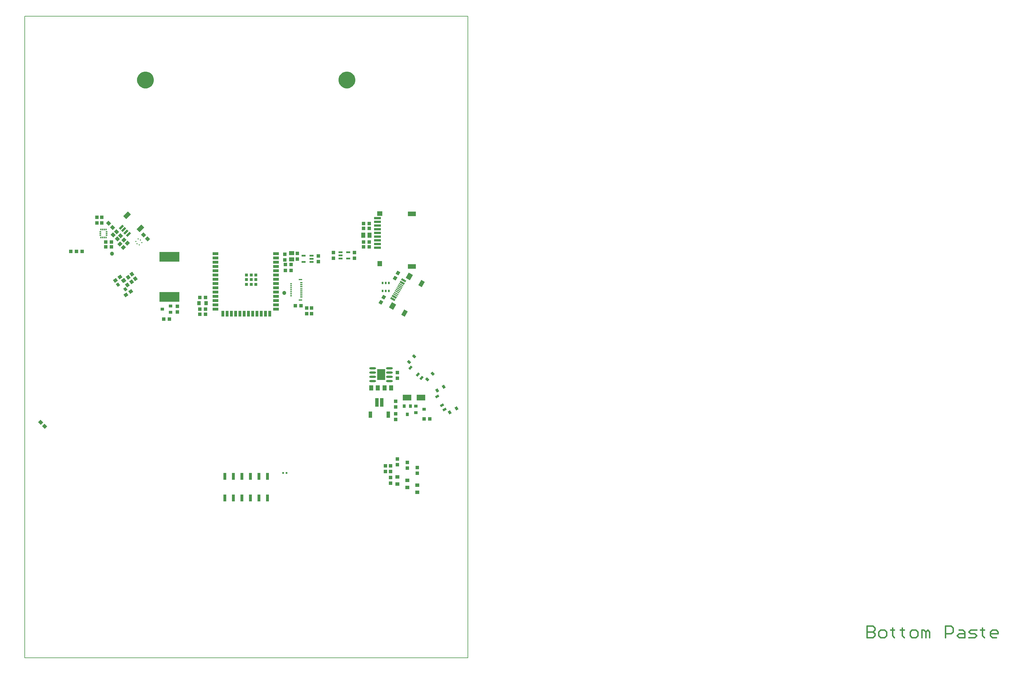
<source format=gbp>
G04*
G04 #@! TF.GenerationSoftware,Altium Limited,Altium Designer,23.10.1 (27)*
G04*
G04 Layer_Color=128*
%FSLAX25Y25*%
%MOIN*%
G70*
G04*
G04 #@! TF.SameCoordinates,0085A2CC-1A03-4E2A-897D-D2D4AE84E392*
G04*
G04*
G04 #@! TF.FilePolarity,Positive*
G04*
G01*
G75*
%ADD10C,0.01575*%
%ADD11C,0.00591*%
%ADD12R,0.06890X0.03543*%
%ADD13R,0.03543X0.06890*%
%ADD14R,0.03543X0.03543*%
%ADD15R,0.03543X0.07874*%
%ADD16R,0.04331X0.03937*%
G04:AMPARAMS|DCode=17|XSize=39.37mil|YSize=43.31mil|CornerRadius=0mil|HoleSize=0mil|Usage=FLASHONLY|Rotation=45.000|XOffset=0mil|YOffset=0mil|HoleType=Round|Shape=Rectangle|*
%AMROTATEDRECTD17*
4,1,4,0.00139,-0.02923,-0.02923,0.00139,-0.00139,0.02923,0.02923,-0.00139,0.00139,-0.02923,0.0*
%
%ADD17ROTATEDRECTD17*%

%ADD18C,0.04724*%
G04:AMPARAMS|DCode=19|XSize=11.81mil|YSize=57.09mil|CornerRadius=0mil|HoleSize=0mil|Usage=FLASHONLY|Rotation=240.000|XOffset=0mil|YOffset=0mil|HoleType=Round|Shape=Rectangle|*
%AMROTATEDRECTD19*
4,1,4,-0.02177,0.01939,0.02767,-0.00916,0.02177,-0.01939,-0.02767,0.00916,-0.02177,0.01939,0.0*
%
%ADD19ROTATEDRECTD19*%

G04:AMPARAMS|DCode=20|XSize=70.87mil|YSize=57.09mil|CornerRadius=0mil|HoleSize=0mil|Usage=FLASHONLY|Rotation=240.000|XOffset=0mil|YOffset=0mil|HoleType=Round|Shape=Rectangle|*
%AMROTATEDRECTD20*
4,1,4,-0.00700,0.04496,0.04244,0.01641,0.00700,-0.04496,-0.04244,-0.01641,-0.00700,0.04496,0.0*
%
%ADD20ROTATEDRECTD20*%

G04:AMPARAMS|DCode=21|XSize=70.87mil|YSize=47.24mil|CornerRadius=0mil|HoleSize=0mil|Usage=FLASHONLY|Rotation=240.000|XOffset=0mil|YOffset=0mil|HoleType=Round|Shape=Rectangle|*
%AMROTATEDRECTD21*
4,1,4,-0.00274,0.04250,0.03817,0.01888,0.00274,-0.04250,-0.03817,-0.01888,-0.00274,0.04250,0.0*
%
%ADD21ROTATEDRECTD21*%

%ADD22R,0.05906X0.05118*%
%ADD23R,0.05118X0.05906*%
%ADD24R,0.07874X0.02756*%
%ADD25R,0.05512X0.06299*%
%ADD26R,0.06299X0.05512*%
%ADD27R,0.09449X0.05512*%
%ADD28R,0.02638X0.01181*%
%ADD29R,0.03937X0.04331*%
G04:AMPARAMS|DCode=30|XSize=39.37mil|YSize=43.31mil|CornerRadius=0mil|HoleSize=0mil|Usage=FLASHONLY|Rotation=306.000|XOffset=0mil|YOffset=0mil|HoleType=Round|Shape=Rectangle|*
%AMROTATEDRECTD30*
4,1,4,-0.02909,0.00320,0.00595,0.02865,0.02909,-0.00320,-0.00595,-0.02865,-0.02909,0.00320,0.0*
%
%ADD30ROTATEDRECTD30*%

G04:AMPARAMS|DCode=31|XSize=33.47mil|YSize=39.37mil|CornerRadius=0mil|HoleSize=0mil|Usage=FLASHONLY|Rotation=36.000|XOffset=0mil|YOffset=0mil|HoleType=Round|Shape=Rectangle|*
%AMROTATEDRECTD31*
4,1,4,-0.00197,-0.02576,-0.02511,0.00609,0.00197,0.02576,0.02511,-0.00609,-0.00197,-0.02576,0.0*
%
%ADD31ROTATEDRECTD31*%

G04:AMPARAMS|DCode=32|XSize=33.47mil|YSize=39.37mil|CornerRadius=0mil|HoleSize=0mil|Usage=FLASHONLY|Rotation=36.000|XOffset=0mil|YOffset=0mil|HoleType=Round|Shape=Rectangle|*
%AMROTATEDRECTD32*
4,1,4,-0.00197,-0.02576,-0.02511,0.00609,0.00197,0.02576,0.02511,-0.00609,-0.00197,-0.02576,0.0*
%
%ADD32ROTATEDRECTD32*%

G04:AMPARAMS|DCode=33|XSize=39.37mil|YSize=43.31mil|CornerRadius=0mil|HoleSize=0mil|Usage=FLASHONLY|Rotation=216.000|XOffset=0mil|YOffset=0mil|HoleType=Round|Shape=Rectangle|*
%AMROTATEDRECTD33*
4,1,4,0.00320,0.02909,0.02865,-0.00595,-0.00320,-0.02909,-0.02865,0.00595,0.00320,0.02909,0.0*
%
%ADD33ROTATEDRECTD33*%

%ADD34R,0.03937X0.01378*%
%ADD35R,0.01968X0.01181*%
%ADD36R,0.02264X0.01378*%
%ADD37R,0.01358X0.02264*%
%ADD38R,0.01378X0.02264*%
%ADD39R,0.04331X0.07480*%
%ADD40R,0.03937X0.09843*%
%ADD41R,0.03937X0.05118*%
G04:AMPARAMS|DCode=42|XSize=11.81mil|YSize=13.78mil|CornerRadius=0mil|HoleSize=0mil|Usage=FLASHONLY|Rotation=45.000|XOffset=0mil|YOffset=0mil|HoleType=Round|Shape=Rectangle|*
%AMROTATEDRECTD42*
4,1,4,0.00070,-0.00905,-0.00905,0.00070,-0.00070,0.00905,0.00905,-0.00070,0.00070,-0.00905,0.0*
%
%ADD42ROTATEDRECTD42*%

G04:AMPARAMS|DCode=43|XSize=11.81mil|YSize=13.78mil|CornerRadius=0mil|HoleSize=0mil|Usage=FLASHONLY|Rotation=135.000|XOffset=0mil|YOffset=0mil|HoleType=Round|Shape=Rectangle|*
%AMROTATEDRECTD43*
4,1,4,0.00905,0.00070,-0.00070,-0.00905,-0.00905,-0.00070,0.00070,0.00905,0.00905,0.00070,0.0*
%
%ADD43ROTATEDRECTD43*%

%ADD44R,0.04528X0.02362*%
%ADD45R,0.23622X0.11811*%
%ADD46R,0.02165X0.03150*%
%ADD47R,0.01968X0.02362*%
G04:AMPARAMS|DCode=48|XSize=23.62mil|YSize=61.02mil|CornerRadius=0mil|HoleSize=0mil|Usage=FLASHONLY|Rotation=315.000|XOffset=0mil|YOffset=0mil|HoleType=Round|Shape=Rectangle|*
%AMROTATEDRECTD48*
4,1,4,-0.02993,-0.01322,0.01322,0.02993,0.02993,0.01322,-0.01322,-0.02993,-0.02993,-0.01322,0.0*
%
%ADD48ROTATEDRECTD48*%

G04:AMPARAMS|DCode=49|XSize=47.24mil|YSize=78.74mil|CornerRadius=0mil|HoleSize=0mil|Usage=FLASHONLY|Rotation=135.000|XOffset=0mil|YOffset=0mil|HoleType=Round|Shape=Rectangle|*
%AMROTATEDRECTD49*
4,1,4,0.04454,0.01114,-0.01114,-0.04454,-0.04454,-0.01114,0.01114,0.04454,0.04454,0.01114,0.0*
%
%ADD49ROTATEDRECTD49*%

%ADD50O,0.07874X0.02362*%
%ADD51R,0.09488X0.12992*%
%ADD52R,0.03937X0.03347*%
%ADD53R,0.03937X0.03347*%
%ADD54R,0.05118X0.03937*%
G04:AMPARAMS|DCode=55|XSize=27.56mil|YSize=43.31mil|CornerRadius=0mil|HoleSize=0mil|Usage=FLASHONLY|Rotation=137.000|XOffset=0mil|YOffset=0mil|HoleType=Round|Shape=Rectangle|*
%AMROTATEDRECTD55*
4,1,4,0.02485,0.00644,-0.00469,-0.02523,-0.02485,-0.00644,0.00469,0.02523,0.02485,0.00644,0.0*
%
%ADD55ROTATEDRECTD55*%

G04:AMPARAMS|DCode=56|XSize=39.37mil|YSize=31.5mil|CornerRadius=0mil|HoleSize=0mil|Usage=FLASHONLY|Rotation=137.000|XOffset=0mil|YOffset=0mil|HoleType=Round|Shape=Rectangle|*
%AMROTATEDRECTD56*
4,1,4,0.02514,-0.00191,0.00366,-0.02494,-0.02514,0.00191,-0.00366,0.02494,0.02514,-0.00191,0.0*
%
%ADD56ROTATEDRECTD56*%

G04:AMPARAMS|DCode=57|XSize=39.37mil|YSize=43.31mil|CornerRadius=0mil|HoleSize=0mil|Usage=FLASHONLY|Rotation=150.000|XOffset=0mil|YOffset=0mil|HoleType=Round|Shape=Rectangle|*
%AMROTATEDRECTD57*
4,1,4,0.02788,0.00891,0.00622,-0.02859,-0.02788,-0.00891,-0.00622,0.02859,0.02788,0.00891,0.0*
%
%ADD57ROTATEDRECTD57*%

G04:AMPARAMS|DCode=58|XSize=39.37mil|YSize=43.31mil|CornerRadius=0mil|HoleSize=0mil|Usage=FLASHONLY|Rotation=315.000|XOffset=0mil|YOffset=0mil|HoleType=Round|Shape=Rectangle|*
%AMROTATEDRECTD58*
4,1,4,-0.02923,-0.00139,0.00139,0.02923,0.02923,0.00139,-0.00139,-0.02923,-0.02923,-0.00139,0.0*
%
%ADD58ROTATEDRECTD58*%

G04:AMPARAMS|DCode=59|XSize=27.56mil|YSize=43.31mil|CornerRadius=0mil|HoleSize=0mil|Usage=FLASHONLY|Rotation=120.000|XOffset=0mil|YOffset=0mil|HoleType=Round|Shape=Rectangle|*
%AMROTATEDRECTD59*
4,1,4,0.02564,-0.00111,-0.01186,-0.02276,-0.02564,0.00111,0.01186,0.02276,0.02564,-0.00111,0.0*
%
%ADD59ROTATEDRECTD59*%

G04:AMPARAMS|DCode=60|XSize=39.37mil|YSize=31.5mil|CornerRadius=0mil|HoleSize=0mil|Usage=FLASHONLY|Rotation=120.000|XOffset=0mil|YOffset=0mil|HoleType=Round|Shape=Rectangle|*
%AMROTATEDRECTD60*
4,1,4,0.02348,-0.00917,-0.00380,-0.02492,-0.02348,0.00917,0.00380,0.02492,0.02348,-0.00917,0.0*
%
%ADD60ROTATEDRECTD60*%

%ADD61R,0.10236X0.06693*%
%ADD62R,0.03347X0.03937*%
%ADD63R,0.03347X0.03937*%
G36*
X-118112Y489063D02*
X-117143D01*
X-115241Y489441D01*
X-113450Y490183D01*
X-111838Y491260D01*
X-110467Y492631D01*
X-109390Y494243D01*
X-108648Y496035D01*
X-108270Y497936D01*
Y498906D01*
Y499875D01*
X-108648Y501777D01*
X-109390Y503568D01*
X-110467Y505180D01*
X-111838Y506551D01*
X-113450Y507628D01*
X-115241Y508370D01*
X-117143Y508748D01*
X-118112D01*
X-119081D01*
X-120983Y508370D01*
X-122774Y507628D01*
X-124386Y506551D01*
X-125757Y505180D01*
X-126834Y503568D01*
X-127576Y501777D01*
X-127955Y499875D01*
Y498906D01*
Y497936D01*
X-127576Y496035D01*
X-126834Y494243D01*
X-125757Y492631D01*
X-124386Y491260D01*
X-122774Y490183D01*
X-120983Y489441D01*
X-119081Y489063D01*
X-118112D01*
D01*
D02*
G37*
G36*
X118112D02*
X117143D01*
X115241Y489441D01*
X113450Y490183D01*
X111838Y491260D01*
X110467Y492631D01*
X109390Y494243D01*
X108648Y496035D01*
X108270Y497936D01*
Y498906D01*
Y499875D01*
X108648Y501777D01*
X109390Y503568D01*
X110467Y505180D01*
X111838Y506551D01*
X113450Y507628D01*
X115241Y508370D01*
X117143Y508748D01*
X118112D01*
X119081D01*
X120983Y508370D01*
X122774Y507628D01*
X124386Y506551D01*
X125757Y505180D01*
X126834Y503568D01*
X127576Y501777D01*
X127955Y499875D01*
Y498906D01*
Y497936D01*
X127576Y496035D01*
X126834Y494243D01*
X125757Y492631D01*
X124386Y491260D01*
X122774Y490183D01*
X120983Y489441D01*
X119081Y489063D01*
X118112D01*
D01*
D02*
G37*
D10*
X727960Y-140993D02*
Y-154768D01*
X734848D01*
X737144Y-152472D01*
Y-150176D01*
X734848Y-147880D01*
X727960D01*
X734848D01*
X737144Y-145584D01*
Y-143289D01*
X734848Y-140993D01*
X727960D01*
X744031Y-154768D02*
X748623D01*
X750919Y-152472D01*
Y-147880D01*
X748623Y-145584D01*
X744031D01*
X741735Y-147880D01*
Y-152472D01*
X744031Y-154768D01*
X757806Y-143289D02*
Y-145584D01*
X755511D01*
X760102D01*
X757806D01*
Y-152472D01*
X760102Y-154768D01*
X769286Y-143289D02*
Y-145584D01*
X766990D01*
X771581D01*
X769286D01*
Y-152472D01*
X771581Y-154768D01*
X780765D02*
X785357D01*
X787652Y-152472D01*
Y-147880D01*
X785357Y-145584D01*
X780765D01*
X778469Y-147880D01*
Y-152472D01*
X780765Y-154768D01*
X792244D02*
Y-145584D01*
X794540D01*
X796836Y-147880D01*
Y-154768D01*
Y-147880D01*
X799132Y-145584D01*
X801427Y-147880D01*
Y-154768D01*
X819794D02*
Y-140993D01*
X826682D01*
X828978Y-143289D01*
Y-147880D01*
X826682Y-150176D01*
X819794D01*
X835865Y-145584D02*
X840457D01*
X842753Y-147880D01*
Y-154768D01*
X835865D01*
X833569Y-152472D01*
X835865Y-150176D01*
X842753D01*
X847344Y-154768D02*
X854232D01*
X856528Y-152472D01*
X854232Y-150176D01*
X849640D01*
X847344Y-147880D01*
X849640Y-145584D01*
X856528D01*
X863415Y-143289D02*
Y-145584D01*
X861119D01*
X865711D01*
X863415D01*
Y-152472D01*
X865711Y-154768D01*
X879486D02*
X874895D01*
X872599Y-152472D01*
Y-147880D01*
X874895Y-145584D01*
X879486D01*
X881782Y-147880D01*
Y-150176D01*
X872599D01*
D11*
X-259842Y-178260D02*
X259842Y-178260D01*
X-259842D02*
Y573709D01*
X259842Y-178260D02*
Y573709D01*
X-259842D02*
X259842Y573709D01*
D12*
X34941Y295315D02*
D03*
Y290315D02*
D03*
Y285315D02*
D03*
Y280315D02*
D03*
Y275315D02*
D03*
Y270315D02*
D03*
Y265315D02*
D03*
Y260315D02*
D03*
Y255315D02*
D03*
Y250315D02*
D03*
Y245315D02*
D03*
Y240315D02*
D03*
Y235315D02*
D03*
Y230315D02*
D03*
X-35925D02*
D03*
Y235315D02*
D03*
Y240315D02*
D03*
Y245315D02*
D03*
Y250315D02*
D03*
Y255315D02*
D03*
Y260315D02*
D03*
Y265315D02*
D03*
Y270315D02*
D03*
Y275315D02*
D03*
Y280315D02*
D03*
Y285315D02*
D03*
Y290315D02*
D03*
Y295315D02*
D03*
D13*
X27500Y224902D02*
D03*
X22500D02*
D03*
X17500Y224902D02*
D03*
X12500Y224902D02*
D03*
X7500D02*
D03*
X2500D02*
D03*
X-2500D02*
D03*
X-7500Y224902D02*
D03*
X-12500Y224902D02*
D03*
X-17500D02*
D03*
X-22500D02*
D03*
X-27500D02*
D03*
D14*
X11417Y270433D02*
D03*
X5906Y270433D02*
D03*
X394Y270433D02*
D03*
X11417Y259409D02*
D03*
X5906Y259409D02*
D03*
X394Y259409D02*
D03*
X11417Y264921D02*
D03*
X5906D02*
D03*
X394D02*
D03*
D15*
X25000Y34252D02*
D03*
X15000D02*
D03*
X5000D02*
D03*
X-5000D02*
D03*
X-15000D02*
D03*
X-25000D02*
D03*
X15000Y9055D02*
D03*
X-25000D02*
D03*
X-15000D02*
D03*
X-5000D02*
D03*
X5000D02*
D03*
X25000D02*
D03*
D16*
X208464Y101772D02*
D03*
X215157Y101772D02*
D03*
X-96850Y218504D02*
D03*
X-90157Y218504D02*
D03*
X-54527Y224409D02*
D03*
X-47834Y224409D02*
D03*
X137599Y330708D02*
D03*
X144292Y330708D02*
D03*
X137599Y324803D02*
D03*
X144292Y324803D02*
D03*
X137599Y309055D02*
D03*
X144292Y309055D02*
D03*
X137599Y303149D02*
D03*
X144292D02*
D03*
X-54528Y244095D02*
D03*
X57677Y234151D02*
D03*
X64370D02*
D03*
X45866Y275591D02*
D03*
X52559D02*
D03*
X-54527Y230315D02*
D03*
X-47834Y230315D02*
D03*
X-158071Y303149D02*
D03*
X-164763Y303149D02*
D03*
X-199015Y298071D02*
D03*
X-192323Y298071D02*
D03*
X-205708D02*
D03*
X-199015Y298071D02*
D03*
X-47835Y244095D02*
D03*
X-158071Y309055D02*
D03*
X-164764Y309055D02*
D03*
X45866Y282481D02*
D03*
X52559D02*
D03*
D17*
X-155910Y317326D02*
D03*
X-151177Y312594D02*
D03*
X-152169Y321117D02*
D03*
X-147437Y316384D02*
D03*
X-161403Y330817D02*
D03*
X-156670Y326084D02*
D03*
X-236216Y92910D02*
D03*
X-240949Y97642D02*
D03*
X-115744Y312594D02*
D03*
X-120476Y317326D02*
D03*
D18*
X-157480Y295276D02*
D03*
X44665Y249200D02*
D03*
D19*
X183342Y261741D02*
D03*
X182751Y260718D02*
D03*
X181767Y259013D02*
D03*
X180783Y257308D02*
D03*
X179798Y255603D02*
D03*
X178814Y253899D02*
D03*
X177830Y252194D02*
D03*
X176846Y250489D02*
D03*
X175861Y248784D02*
D03*
X174877Y247080D02*
D03*
X173893Y245375D02*
D03*
X173302Y244352D02*
D03*
X171678Y241539D02*
D03*
X172269Y242562D02*
D03*
X184375Y263531D02*
D03*
X184966Y264553D02*
D03*
D20*
X171461Y233959D02*
D03*
X191422Y268531D02*
D03*
D21*
X205674Y260303D02*
D03*
X185713Y225730D02*
D03*
D22*
X53150Y296063D02*
D03*
Y288583D02*
D03*
D23*
X137205Y316929D02*
D03*
X144685D02*
D03*
X146653Y137795D02*
D03*
X154134Y137795D02*
D03*
X169882D02*
D03*
X162401D02*
D03*
D24*
X153900Y336829D02*
D03*
X153900Y332498D02*
D03*
X153900Y328167D02*
D03*
X153900Y323836D02*
D03*
X153900Y319506D02*
D03*
Y315175D02*
D03*
X153900Y310844D02*
D03*
X153900Y306514D02*
D03*
X153900Y302183D02*
D03*
D25*
X156656Y283679D02*
D03*
D26*
Y342340D02*
D03*
D27*
X194451Y341947D02*
D03*
Y280136D02*
D03*
D28*
X64569Y251764D02*
D03*
Y261213D02*
D03*
Y258851D02*
D03*
Y256488D02*
D03*
Y254126D02*
D03*
Y249402D02*
D03*
Y247040D02*
D03*
Y244677D02*
D03*
D29*
X84646Y286024D02*
D03*
X84646Y292717D02*
D03*
X-169291Y337993D02*
D03*
X-169291Y331299D02*
D03*
X60039Y295669D02*
D03*
Y288976D02*
D03*
X70866Y225000D02*
D03*
Y231693D02*
D03*
X169292Y39961D02*
D03*
Y46654D02*
D03*
X169292Y26181D02*
D03*
Y32874D02*
D03*
X163386Y39961D02*
D03*
Y46654D02*
D03*
X76771Y231693D02*
D03*
Y225000D02*
D03*
X-175197Y337992D02*
D03*
X-175197Y331299D02*
D03*
X-80709Y226968D02*
D03*
X-80709Y233661D02*
D03*
X200788Y44685D02*
D03*
X200788Y37992D02*
D03*
X102362Y289960D02*
D03*
Y296653D02*
D03*
X126969Y296654D02*
D03*
X126969Y289961D02*
D03*
X188977Y43898D02*
D03*
Y50591D02*
D03*
X177166Y47835D02*
D03*
Y54528D02*
D03*
X177165Y155905D02*
D03*
Y149212D02*
D03*
X175197Y107677D02*
D03*
X175197Y100985D02*
D03*
X175197Y122441D02*
D03*
Y115748D02*
D03*
X45275Y294685D02*
D03*
Y287992D02*
D03*
D30*
X-140891Y246934D02*
D03*
X-135476Y250868D02*
D03*
X-153499Y264092D02*
D03*
X-148085Y268026D02*
D03*
D31*
X-150291Y259104D02*
D03*
X-141711Y253658D02*
D03*
D32*
X-144239Y263501D02*
D03*
D33*
X-143244Y264086D02*
D03*
X-139310Y258671D02*
D03*
X-134530Y262339D02*
D03*
X-138464Y267754D02*
D03*
X-130072Y265954D02*
D03*
X-134006Y271368D02*
D03*
D34*
X63524Y240839D02*
D03*
Y265051D02*
D03*
D35*
X52502Y257669D02*
D03*
Y260032D02*
D03*
Y255307D02*
D03*
Y252945D02*
D03*
Y250583D02*
D03*
Y248221D02*
D03*
Y245859D02*
D03*
D36*
X-170916Y320867D02*
D03*
Y318898D02*
D03*
Y316929D02*
D03*
X-163730D02*
D03*
Y318898D02*
D03*
Y320867D02*
D03*
D37*
X-168307Y314321D02*
D03*
D38*
X-166339D02*
D03*
X-164370D02*
D03*
Y323475D02*
D03*
X-166339D02*
D03*
X-168307D02*
D03*
X-170276D02*
D03*
Y314321D02*
D03*
D39*
X166732Y106693D02*
D03*
X145472D02*
D03*
D40*
X159055Y120866D02*
D03*
X153150D02*
D03*
D41*
X-47047Y237205D02*
D03*
X-55315D02*
D03*
D42*
X-128072Y306967D02*
D03*
X-123896Y311143D02*
D03*
D43*
X-129465Y309751D02*
D03*
X-126680Y312536D02*
D03*
X-125288Y305575D02*
D03*
X-122504Y308359D02*
D03*
D44*
X76476Y293110D02*
D03*
Y289370D02*
D03*
Y285630D02*
D03*
X67224D02*
D03*
Y293110D02*
D03*
X119783Y289567D02*
D03*
X119783Y297047D02*
D03*
X110531Y297047D02*
D03*
X110531Y293307D02*
D03*
Y289567D02*
D03*
D45*
X-90078Y291792D02*
D03*
X-90078Y244548D02*
D03*
D46*
X159802Y261096D02*
D03*
X163542D02*
D03*
X167282D02*
D03*
Y251647D02*
D03*
X163542D02*
D03*
X159802D02*
D03*
D47*
X43307Y38386D02*
D03*
X47244D02*
D03*
D48*
X-138144Y317913D02*
D03*
X-143712Y323481D02*
D03*
X-146496Y326265D02*
D03*
X-140928Y320697D02*
D03*
D49*
X-124016Y324803D02*
D03*
X-139605Y340393D02*
D03*
D50*
X148425Y146044D02*
D03*
Y151044D02*
D03*
X148425Y156044D02*
D03*
X148425Y161044D02*
D03*
X168110Y146044D02*
D03*
X168110Y151044D02*
D03*
Y156044D02*
D03*
X168110Y161044D02*
D03*
D51*
X158268Y153543D02*
D03*
D52*
X-88779Y234055D02*
D03*
X-98228Y230315D02*
D03*
X199016Y109055D02*
D03*
X208465Y112795D02*
D03*
D53*
X-88779Y226575D02*
D03*
X199016Y116535D02*
D03*
D54*
X200787Y23819D02*
D03*
Y15551D02*
D03*
X188976Y29724D02*
D03*
Y21457D02*
D03*
X177165Y25394D02*
D03*
X177165Y33661D02*
D03*
D55*
X201380Y153501D02*
D03*
X205699Y149473D02*
D03*
X192742Y161556D02*
D03*
D56*
X218610Y154660D02*
D03*
X197015Y174797D02*
D03*
X190839Y168175D02*
D03*
X212434Y148037D02*
D03*
D57*
X161319Y244237D02*
D03*
X157972Y238440D02*
D03*
X174508Y266787D02*
D03*
X177855Y272583D02*
D03*
D58*
X-144098Y302752D02*
D03*
X-139365Y307484D02*
D03*
X-148035Y306689D02*
D03*
X-143303Y311421D02*
D03*
D59*
X229708Y117775D02*
D03*
X232661Y112660D02*
D03*
X223803Y128003D02*
D03*
D60*
X246524Y113845D02*
D03*
X231761Y139417D02*
D03*
X223919Y134889D02*
D03*
X238682Y109318D02*
D03*
D61*
X204921Y126575D02*
D03*
X188779D02*
D03*
D62*
X188976Y107087D02*
D03*
X185236Y116535D02*
D03*
D63*
X192717Y116535D02*
D03*
M02*

</source>
